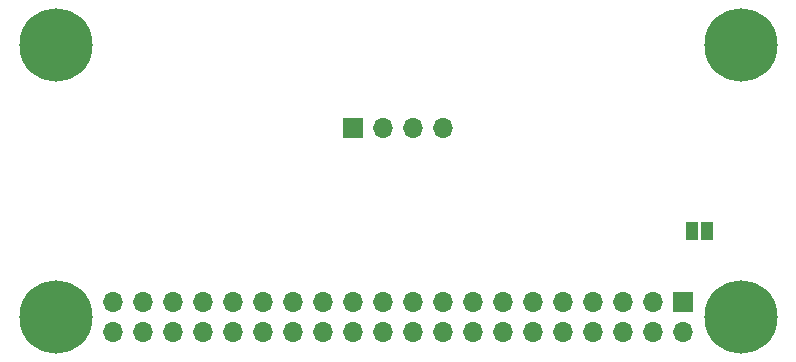
<source format=gbr>
%TF.GenerationSoftware,KiCad,Pcbnew,8.0.6*%
%TF.CreationDate,2024-11-19T00:52:39-05:00*%
%TF.ProjectId,tr109-sensorboard,74723130-392d-4736-956e-736f72626f61,4*%
%TF.SameCoordinates,Original*%
%TF.FileFunction,Soldermask,Bot*%
%TF.FilePolarity,Negative*%
%FSLAX46Y46*%
G04 Gerber Fmt 4.6, Leading zero omitted, Abs format (unit mm)*
G04 Created by KiCad (PCBNEW 8.0.6) date 2024-11-19 00:52:39*
%MOMM*%
%LPD*%
G01*
G04 APERTURE LIST*
%ADD10C,6.200000*%
%ADD11R,1.700000X1.700000*%
%ADD12O,1.700000X1.700000*%
%ADD13R,1.000000X1.500000*%
G04 APERTURE END LIST*
D10*
%TO.C,*%
X104054000Y-121860000D03*
%TD*%
%TO.C,*%
X162054000Y-121860000D03*
%TD*%
%TO.C,*%
X104054000Y-98860000D03*
%TD*%
%TO.C,*%
X162054000Y-98860000D03*
%TD*%
D11*
%TO.C,J47*%
X157184000Y-120590000D03*
D12*
X157184000Y-123130000D03*
X154644000Y-120590000D03*
X154644000Y-123130000D03*
X152104000Y-120590000D03*
X152104000Y-123130000D03*
X149564000Y-120590000D03*
X149564000Y-123130000D03*
X147024000Y-120590000D03*
X147024000Y-123130000D03*
X144484000Y-120590000D03*
X144484000Y-123130000D03*
X141944000Y-120590000D03*
X141944000Y-123130000D03*
X139404000Y-120590000D03*
X139404000Y-123130000D03*
X136864000Y-120590000D03*
X136864000Y-123130000D03*
X134324000Y-120590000D03*
X134324000Y-123130000D03*
X131784000Y-120590000D03*
X131784000Y-123130000D03*
X129244000Y-120590000D03*
X129244000Y-123130000D03*
X126704000Y-120590000D03*
X126704000Y-123130000D03*
X124164000Y-120590000D03*
X124164000Y-123130000D03*
X121624000Y-120590000D03*
X121624000Y-123130000D03*
X119084000Y-120590000D03*
X119084000Y-123130000D03*
X116544000Y-120590000D03*
X116544000Y-123130000D03*
X114004000Y-120590000D03*
X114004000Y-123130000D03*
X111464000Y-120590000D03*
X111464000Y-123130000D03*
X108924000Y-120590000D03*
X108924000Y-123130000D03*
%TD*%
D11*
%TO.C,J3*%
X129244000Y-105918000D03*
D12*
X131784000Y-105918000D03*
X134324000Y-105918000D03*
X136864000Y-105918000D03*
%TD*%
D13*
%TO.C,JP1*%
X157934900Y-114592100D03*
X159234900Y-114592100D03*
%TD*%
M02*

</source>
